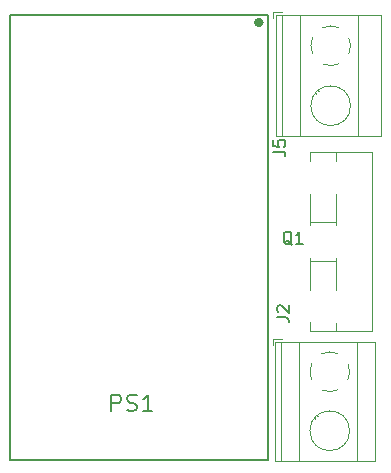
<source format=gto>
G04 #@! TF.GenerationSoftware,KiCad,Pcbnew,5.1.7-a382d34a8~88~ubuntu18.04.1*
G04 #@! TF.CreationDate,2021-11-17T17:12:46+05:30*
G04 #@! TF.ProjectId,BackEnd_HeavyDevice_v5,4261636b-456e-4645-9f48-656176794465,rev?*
G04 #@! TF.SameCoordinates,Original*
G04 #@! TF.FileFunction,Legend,Top*
G04 #@! TF.FilePolarity,Positive*
%FSLAX46Y46*%
G04 Gerber Fmt 4.6, Leading zero omitted, Abs format (unit mm)*
G04 Created by KiCad (PCBNEW 5.1.7-a382d34a8~88~ubuntu18.04.1) date 2021-11-17 17:12:46*
%MOMM*%
%LPD*%
G01*
G04 APERTURE LIST*
%ADD10C,0.127000*%
%ADD11C,0.400000*%
%ADD12C,0.120000*%
%ADD13C,0.150000*%
G04 APERTURE END LIST*
D10*
X119429000Y-97293000D02*
X141257000Y-97293000D01*
X141257000Y-97293000D02*
X141241000Y-134973000D01*
X141241000Y-134973000D02*
X119429000Y-134973000D01*
X119429000Y-134973000D02*
X119429000Y-97293000D01*
D11*
X140695000Y-97889000D02*
G75*
G03*
X140695000Y-97889000I-200000J0D01*
G01*
D12*
X141676000Y-97020100D02*
X141676000Y-97520100D01*
X142416000Y-97020100D02*
X141676000Y-97020100D01*
X145553000Y-103713100D02*
X145507000Y-103666100D01*
X147851000Y-106010100D02*
X147815000Y-105975100D01*
X145337000Y-103906100D02*
X145302000Y-103871100D01*
X147645000Y-106215100D02*
X147599000Y-106168100D01*
X150821000Y-107540100D02*
X141916000Y-107540100D01*
X150821000Y-97260100D02*
X141916000Y-97260100D01*
X141916000Y-97260100D02*
X141916000Y-107540100D01*
X150821000Y-97260100D02*
X150821000Y-107540100D01*
X148877000Y-97260100D02*
X148877000Y-107540100D01*
X143976000Y-97260100D02*
X143976000Y-107540100D01*
X142476000Y-97260100D02*
X142476000Y-107540100D01*
X148256000Y-104940100D02*
G75*
G03*
X148256000Y-104940100I-1680000J0D01*
G01*
X145041244Y-100543418D02*
G75*
G02*
X144896000Y-99860100I1534756J683318D01*
G01*
X147259042Y-101395526D02*
G75*
G02*
X145892000Y-101395100I-683042J1535426D01*
G01*
X148111426Y-99177058D02*
G75*
G02*
X148111000Y-100544100I-1535426J-683042D01*
G01*
X145892958Y-98324674D02*
G75*
G02*
X147260000Y-98325100I683042J-1535426D01*
G01*
X144895747Y-99888905D02*
G75*
G02*
X145041000Y-99176100I1680253J28805D01*
G01*
X148177000Y-132460000D02*
G75*
G03*
X148177000Y-132460000I-1680000J0D01*
G01*
X142397000Y-124900000D02*
X142397000Y-135020000D01*
X143897000Y-124900000D02*
X143897000Y-135020000D01*
X148798000Y-124900000D02*
X148798000Y-135020000D01*
X150307000Y-124900000D02*
X150307000Y-135020000D01*
X141837000Y-124900000D02*
X141837000Y-135020000D01*
X150307000Y-124900000D02*
X141837000Y-124900000D01*
X150307000Y-135020000D02*
X141837000Y-135020000D01*
X147566000Y-133735000D02*
X147520000Y-133688000D01*
X145258000Y-131426000D02*
X145223000Y-131391000D01*
X147772000Y-133530000D02*
X147736000Y-133495000D01*
X145474000Y-131233000D02*
X145428000Y-131186000D01*
X142411000Y-124660000D02*
X141671000Y-124660000D01*
X141671000Y-124660000D02*
X141671000Y-125174000D01*
X144962244Y-128143318D02*
G75*
G02*
X144817000Y-127460000I1534756J683318D01*
G01*
X147180042Y-128995426D02*
G75*
G02*
X145813000Y-128995000I-683042J1535426D01*
G01*
X148032426Y-126776958D02*
G75*
G02*
X148032000Y-128144000I-1535426J-683042D01*
G01*
X145813958Y-125924574D02*
G75*
G02*
X147181000Y-125925000I683042J-1535426D01*
G01*
X144816747Y-127488805D02*
G75*
G02*
X144962000Y-126776000I1680253J28805D01*
G01*
X144806000Y-124047000D02*
X144806000Y-123219000D01*
X144806000Y-120517000D02*
X144806000Y-117866000D01*
X144806000Y-115067000D02*
X144806000Y-112417000D01*
X144806000Y-109617000D02*
X144806000Y-108887000D01*
X150047000Y-124047000D02*
X150047000Y-108887000D01*
X144806000Y-124047000D02*
X150047000Y-124047000D01*
X144806000Y-108887000D02*
X150047000Y-108887000D01*
X147047000Y-123949000D02*
X147047000Y-123317000D01*
X147047000Y-120517000D02*
X147047000Y-117866000D01*
X147047000Y-115067000D02*
X147047000Y-112417000D01*
X147047000Y-109617000D02*
X147047000Y-108963000D01*
X144806000Y-118117000D02*
X147047000Y-118117000D01*
X144806000Y-114817000D02*
X147047000Y-114817000D01*
D13*
X128010160Y-130803193D02*
X128010160Y-129403193D01*
X128543493Y-129403193D01*
X128676826Y-129469860D01*
X128743493Y-129536526D01*
X128810160Y-129669860D01*
X128810160Y-129869860D01*
X128743493Y-130003193D01*
X128676826Y-130069860D01*
X128543493Y-130136526D01*
X128010160Y-130136526D01*
X129343493Y-130736526D02*
X129543493Y-130803193D01*
X129876826Y-130803193D01*
X130010160Y-130736526D01*
X130076826Y-130669860D01*
X130143493Y-130536526D01*
X130143493Y-130403193D01*
X130076826Y-130269860D01*
X130010160Y-130203193D01*
X129876826Y-130136526D01*
X129610160Y-130069860D01*
X129476826Y-130003193D01*
X129410160Y-129936526D01*
X129343493Y-129803193D01*
X129343493Y-129669860D01*
X129410160Y-129536526D01*
X129476826Y-129469860D01*
X129610160Y-129403193D01*
X129943493Y-129403193D01*
X130143493Y-129469860D01*
X131476826Y-130803193D02*
X130676826Y-130803193D01*
X131076826Y-130803193D02*
X131076826Y-129403193D01*
X130943493Y-129603193D01*
X130810160Y-129736526D01*
X130676826Y-129803193D01*
X141727940Y-108819273D02*
X142442226Y-108819273D01*
X142585083Y-108866892D01*
X142680321Y-108962130D01*
X142727940Y-109104987D01*
X142727940Y-109200225D01*
X141727940Y-107866892D02*
X141727940Y-108343082D01*
X142204131Y-108390701D01*
X142156512Y-108343082D01*
X142108893Y-108247844D01*
X142108893Y-108009749D01*
X142156512Y-107914511D01*
X142204131Y-107866892D01*
X142299369Y-107819273D01*
X142537464Y-107819273D01*
X142632702Y-107866892D01*
X142680321Y-107914511D01*
X142727940Y-108009749D01*
X142727940Y-108247844D01*
X142680321Y-108343082D01*
X142632702Y-108390701D01*
X142025120Y-122840073D02*
X142739406Y-122840073D01*
X142882263Y-122887692D01*
X142977501Y-122982930D01*
X143025120Y-123125787D01*
X143025120Y-123221025D01*
X142120359Y-122411501D02*
X142072740Y-122363882D01*
X142025120Y-122268644D01*
X142025120Y-122030549D01*
X142072740Y-121935311D01*
X142120359Y-121887692D01*
X142215597Y-121840073D01*
X142310835Y-121840073D01*
X142453692Y-121887692D01*
X143025120Y-122459120D01*
X143025120Y-121840073D01*
X143302761Y-116703899D02*
X143207523Y-116656280D01*
X143112285Y-116561041D01*
X142969428Y-116418184D01*
X142874190Y-116370565D01*
X142778952Y-116370565D01*
X142826571Y-116608660D02*
X142731333Y-116561041D01*
X142636095Y-116465803D01*
X142588476Y-116275327D01*
X142588476Y-115941994D01*
X142636095Y-115751518D01*
X142731333Y-115656280D01*
X142826571Y-115608660D01*
X143017047Y-115608660D01*
X143112285Y-115656280D01*
X143207523Y-115751518D01*
X143255142Y-115941994D01*
X143255142Y-116275327D01*
X143207523Y-116465803D01*
X143112285Y-116561041D01*
X143017047Y-116608660D01*
X142826571Y-116608660D01*
X144207523Y-116608660D02*
X143636095Y-116608660D01*
X143921809Y-116608660D02*
X143921809Y-115608660D01*
X143826571Y-115751518D01*
X143731333Y-115846756D01*
X143636095Y-115894375D01*
M02*

</source>
